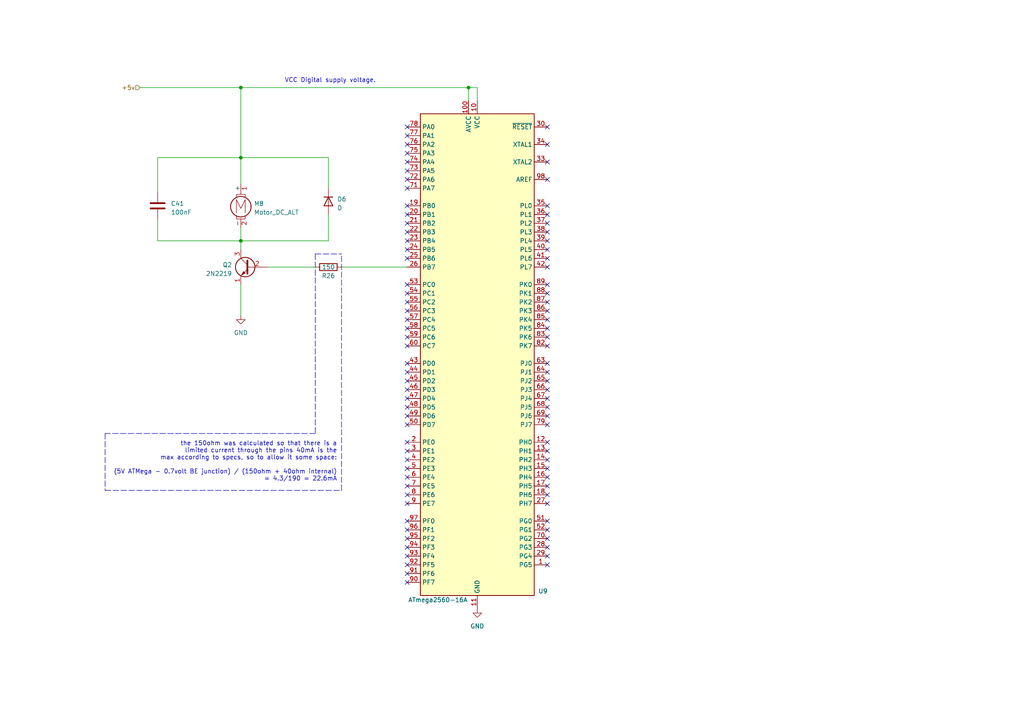
<source format=kicad_sch>
(kicad_sch (version 20210126) (generator eeschema)
  (paper "A4")
  (title_block (title "High Power Consumption 11"))
  (lib_symbols
    (symbol "Device:C" (pin_numbers hide) (pin_names (offset 0.254))
      (property "Reference" "C" (at 0.635 2.54 0))
      (property "Value" "C" (at 0.635 -2.54 0))
      (symbol "C_0_1"
        (polyline (pts (xy -2.032 -0.762) (xy 2.032 -0.762)) (stroke (width 0.508)))
        (polyline (pts (xy -2.032 0.762) (xy 2.032 0.762)) (stroke (width 0.508)))
      )
      (symbol "C_1_1"
        (pin passive line (at 0 3.81 270) (length 2.794) (name "~") (number "1"))
        (pin passive line (at 0 -3.81 90) (length 2.794) (name "~") (number "2"))
      )
    )
    (symbol "Device:D" (pin_numbers hide) (pin_names (offset 1.016) hide)
      (property "Reference" "D" (at 0 2.54 0))
      (property "Value" "D" (at 0 -2.54 0))
      (symbol "D_0_1"
        (polyline (pts (xy -1.27 1.27) (xy -1.27 -1.27)) (stroke (width 0.254)))
        (polyline (pts (xy 1.27 0) (xy -1.27 0)))
        (polyline (pts (xy 1.27 1.27) (xy 1.27 -1.27) (xy -1.27 0) (xy 1.27 1.27)) (stroke (width 0.254)))
      )
      (symbol "D_1_1"
        (pin passive line (at -3.81 0 0) (length 2.54) (name "K") (number "1"))
        (pin passive line (at 3.81 0 180) (length 2.54) (name "A") (number "2"))
      )
    )
    (symbol "Device:R" (pin_numbers hide) (pin_names (offset 0))
      (property "Reference" "R" (at 2.032 0 90))
      (property "Value" "R" (at 0 0 90))
      (symbol "R_0_1"
        (rectangle (start -1.016 -2.54) (end 1.016 2.54) (stroke (width 0.254)))
      )
      (symbol "R_1_1"
        (pin passive line (at 0 3.81 270) (length 1.27) (name "~") (number "1"))
        (pin passive line (at 0 -3.81 90) (length 1.27) (name "~") (number "2"))
      )
    )
    (symbol "MCU_Microchip_ATmega:ATmega2560-16A"
      (property "Reference" "U" (at 0 1.27 0))
      (property "Value" "ATmega2560-16A" (at 0 -1.27 0))
      (symbol "ATmega2560-16A_0_1"
        (rectangle (start -16.51 -69.85) (end 16.51 69.85) (stroke (width 0.254)) (fill (type background)))
      )
      (symbol "ATmega2560-16A_1_1"
        (pin bidirectional line (at -20.32 -60.96 0) (length 3.81) (name "PG5") (number "1"))
        (pin power_in line (at 0 73.66 270) (length 3.81) (name "VCC") (number "10"))
        (pin power_in line (at 2.54 73.66 270) (length 3.81) (name "AVCC") (number "100"))
        (pin power_in line (at 0 -73.66 90) (length 3.81) (name "GND") (number "11"))
        (pin bidirectional line (at -20.32 -25.4 0) (length 3.81) (name "PH0") (number "12"))
        (pin bidirectional line (at -20.32 -27.94 0) (length 3.81) (name "PH1") (number "13"))
        (pin bidirectional line (at -20.32 -30.48 0) (length 3.81) (name "PH2") (number "14"))
        (pin bidirectional line (at -20.32 -33.02 0) (length 3.81) (name "PH3") (number "15"))
        (pin bidirectional line (at -20.32 -35.56 0) (length 3.81) (name "PH4") (number "16"))
        (pin bidirectional line (at -20.32 -38.1 0) (length 3.81) (name "PH5") (number "17"))
        (pin bidirectional line (at -20.32 -40.64 0) (length 3.81) (name "PH6") (number "18"))
        (pin bidirectional line (at 20.32 43.18 180) (length 3.81) (name "PB0") (number "19"))
        (pin bidirectional line (at 20.32 -25.4 180) (length 3.81) (name "PE0") (number "2"))
        (pin bidirectional line (at 20.32 40.64 180) (length 3.81) (name "PB1") (number "20"))
        (pin bidirectional line (at 20.32 38.1 180) (length 3.81) (name "PB2") (number "21"))
        (pin bidirectional line (at 20.32 35.56 180) (length 3.81) (name "PB3") (number "22"))
        (pin bidirectional line (at 20.32 33.02 180) (length 3.81) (name "PB4") (number "23"))
        (pin bidirectional line (at 20.32 30.48 180) (length 3.81) (name "PB5") (number "24"))
        (pin bidirectional line (at 20.32 27.94 180) (length 3.81) (name "PB6") (number "25"))
        (pin bidirectional line (at 20.32 25.4 180) (length 3.81) (name "PB7") (number "26"))
        (pin bidirectional line (at -20.32 -43.18 0) (length 3.81) (name "PH7") (number "27"))
        (pin bidirectional line (at -20.32 -55.88 0) (length 3.81) (name "PG3") (number "28"))
        (pin bidirectional line (at -20.32 -58.42 0) (length 3.81) (name "PG4") (number "29"))
        (pin bidirectional line (at 20.32 -27.94 180) (length 3.81) (name "PE1") (number "3"))
        (pin input line (at -20.32 66.04 0) (length 3.81) (name "~RESET") (number "30"))
        (pin passive line (at 0 73.66 270) (length 3.81) hide (name "VCC") (number "31"))
        (pin passive line (at 0 -73.66 90) (length 3.81) hide (name "GND") (number "32"))
        (pin output line (at -20.32 55.88 0) (length 3.81) (name "XTAL2") (number "33"))
        (pin input line (at -20.32 60.96 0) (length 3.81) (name "XTAL1") (number "34"))
        (pin bidirectional line (at -20.32 43.18 0) (length 3.81) (name "PL0") (number "35"))
        (pin bidirectional line (at -20.32 40.64 0) (length 3.81) (name "PL1") (number "36"))
        (pin bidirectional line (at -20.32 38.1 0) (length 3.81) (name "PL2") (number "37"))
        (pin bidirectional line (at -20.32 35.56 0) (length 3.81) (name "PL3") (number "38"))
        (pin bidirectional line (at -20.32 33.02 0) (length 3.81) (name "PL4") (number "39"))
        (pin bidirectional line (at 20.32 -30.48 180) (length 3.81) (name "PE2") (number "4"))
        (pin bidirectional line (at -20.32 30.48 0) (length 3.81) (name "PL5") (number "40"))
        (pin bidirectional line (at -20.32 27.94 0) (length 3.81) (name "PL6") (number "41"))
        (pin bidirectional line (at -20.32 25.4 0) (length 3.81) (name "PL7") (number "42"))
        (pin bidirectional line (at 20.32 -2.54 180) (length 3.81) (name "PD0") (number "43"))
        (pin bidirectional line (at 20.32 -5.08 180) (length 3.81) (name "PD1") (number "44"))
        (pin bidirectional line (at 20.32 -7.62 180) (length 3.81) (name "PD2") (number "45"))
        (pin bidirectional line (at 20.32 -10.16 180) (length 3.81) (name "PD3") (number "46"))
        (pin bidirectional line (at 20.32 -12.7 180) (length 3.81) (name "PD4") (number "47"))
        (pin bidirectional line (at 20.32 -15.24 180) (length 3.81) (name "PD5") (number "48"))
        (pin bidirectional line (at 20.32 -17.78 180) (length 3.81) (name "PD6") (number "49"))
        (pin bidirectional line (at 20.32 -33.02 180) (length 3.81) (name "PE3") (number "5"))
        (pin bidirectional line (at 20.32 -20.32 180) (length 3.81) (name "PD7") (number "50"))
        (pin bidirectional line (at -20.32 -48.26 0) (length 3.81) (name "PG0") (number "51"))
        (pin bidirectional line (at -20.32 -50.8 0) (length 3.81) (name "PG1") (number "52"))
        (pin bidirectional line (at 20.32 20.32 180) (length 3.81) (name "PC0") (number "53"))
        (pin bidirectional line (at 20.32 17.78 180) (length 3.81) (name "PC1") (number "54"))
        (pin bidirectional line (at 20.32 15.24 180) (length 3.81) (name "PC2") (number "55"))
        (pin bidirectional line (at 20.32 12.7 180) (length 3.81) (name "PC3") (number "56"))
        (pin bidirectional line (at 20.32 10.16 180) (length 3.81) (name "PC4") (number "57"))
        (pin bidirectional line (at 20.32 7.62 180) (length 3.81) (name "PC5") (number "58"))
        (pin bidirectional line (at 20.32 5.08 180) (length 3.81) (name "PC6") (number "59"))
        (pin bidirectional line (at 20.32 -35.56 180) (length 3.81) (name "PE4") (number "6"))
        (pin bidirectional line (at 20.32 2.54 180) (length 3.81) (name "PC7") (number "60"))
        (pin passive line (at 0 73.66 270) (length 3.81) hide (name "VCC") (number "61"))
        (pin passive line (at 0 -73.66 90) (length 3.81) hide (name "GND") (number "62"))
        (pin bidirectional line (at -20.32 -2.54 0) (length 3.81) (name "PJ0") (number "63"))
        (pin bidirectional line (at -20.32 -5.08 0) (length 3.81) (name "PJ1") (number "64"))
        (pin bidirectional line (at -20.32 -7.62 0) (length 3.81) (name "PJ2") (number "65"))
        (pin bidirectional line (at -20.32 -10.16 0) (length 3.81) (name "PJ3") (number "66"))
        (pin bidirectional line (at -20.32 -12.7 0) (length 3.81) (name "PJ4") (number "67"))
        (pin bidirectional line (at -20.32 -15.24 0) (length 3.81) (name "PJ5") (number "68"))
        (pin bidirectional line (at -20.32 -17.78 0) (length 3.81) (name "PJ6") (number "69"))
        (pin bidirectional line (at 20.32 -38.1 180) (length 3.81) (name "PE5") (number "7"))
        (pin bidirectional line (at -20.32 -53.34 0) (length 3.81) (name "PG2") (number "70"))
        (pin bidirectional line (at 20.32 48.26 180) (length 3.81) (name "PA7") (number "71"))
        (pin bidirectional line (at 20.32 50.8 180) (length 3.81) (name "PA6") (number "72"))
        (pin bidirectional line (at 20.32 53.34 180) (length 3.81) (name "PA5") (number "73"))
        (pin bidirectional line (at 20.32 55.88 180) (length 3.81) (name "PA4") (number "74"))
        (pin bidirectional line (at 20.32 58.42 180) (length 3.81) (name "PA3") (number "75"))
        (pin bidirectional line (at 20.32 60.96 180) (length 3.81) (name "PA2") (number "76"))
        (pin bidirectional line (at 20.32 63.5 180) (length 3.81) (name "PA1") (number "77"))
        (pin bidirectional line (at 20.32 66.04 180) (length 3.81) (name "PA0") (number "78"))
        (pin bidirectional line (at -20.32 -20.32 0) (length 3.81) (name "PJ7") (number "79"))
        (pin bidirectional line (at 20.32 -40.64 180) (length 3.81) (name "PE6") (number "8"))
        (pin passive line (at 0 73.66 270) (length 3.81) hide (name "VCC") (number "80"))
        (pin passive line (at 0 -73.66 90) (length 3.81) hide (name "GND") (number "81"))
        (pin bidirectional line (at -20.32 2.54 0) (length 3.81) (name "PK7") (number "82"))
        (pin bidirectional line (at -20.32 5.08 0) (length 3.81) (name "PK6") (number "83"))
        (pin bidirectional line (at -20.32 7.62 0) (length 3.81) (name "PK5") (number "84"))
        (pin bidirectional line (at -20.32 10.16 0) (length 3.81) (name "PK4") (number "85"))
        (pin bidirectional line (at -20.32 12.7 0) (length 3.81) (name "PK3") (number "86"))
        (pin bidirectional line (at -20.32 15.24 0) (length 3.81) (name "PK2") (number "87"))
        (pin bidirectional line (at -20.32 17.78 0) (length 3.81) (name "PK1") (number "88"))
        (pin bidirectional line (at -20.32 20.32 0) (length 3.81) (name "PK0") (number "89"))
        (pin bidirectional line (at 20.32 -43.18 180) (length 3.81) (name "PE7") (number "9"))
        (pin bidirectional line (at 20.32 -66.04 180) (length 3.81) (name "PF7") (number "90"))
        (pin bidirectional line (at 20.32 -63.5 180) (length 3.81) (name "PF6") (number "91"))
        (pin bidirectional line (at 20.32 -60.96 180) (length 3.81) (name "PF5") (number "92"))
        (pin bidirectional line (at 20.32 -58.42 180) (length 3.81) (name "PF4") (number "93"))
        (pin bidirectional line (at 20.32 -55.88 180) (length 3.81) (name "PF3") (number "94"))
        (pin bidirectional line (at 20.32 -53.34 180) (length 3.81) (name "PF2") (number "95"))
        (pin bidirectional line (at 20.32 -50.8 180) (length 3.81) (name "PF1") (number "96"))
        (pin bidirectional line (at 20.32 -48.26 180) (length 3.81) (name "PF0") (number "97"))
        (pin passive line (at -20.32 50.8 0) (length 3.81) (name "AREF") (number "98"))
        (pin passive line (at 0 -73.66 90) (length 3.81) hide (name "GND") (number "99"))
      )
    )
    (symbol "Motor:Motor_DC_ALT" (pin_names (offset 0))
      (property "Reference" "M" (at 2.54 2.54 0))
      (property "Value" "Motor_DC_ALT" (at 2.54 -5.08 0))
      (symbol "Motor_DC_ALT_0_0"
        (circle (center 0 -1.524) (radius 2.9718) (stroke (width 0.254)))
        (polyline (pts (xy -1.27 -4.318) (xy -1.27 -5.08) (xy 1.27 -5.08) (xy 1.27 -4.318)))
        (polyline (pts (xy -1.27 1.27) (xy -1.27 2.032) (xy 1.27 2.032) (xy 1.27 1.27)))
        (polyline (pts (xy -1.27 -3.302) (xy -1.27 0.508) (xy 0 -2.032) (xy 1.27 0.508) (xy 1.27 -3.302)))
      )
      (symbol "Motor_DC_ALT_0_1"
        (polyline (pts (xy 0 2.032) (xy 0 2.54)))
      )
      (symbol "Motor_DC_ALT_1_1"
        (pin passive line (at 0 5.08 270) (length 2.54) (name "+") (number "1"))
        (pin passive line (at 0 -7.62 90) (length 2.54) (name "-") (number "2"))
      )
    )
    (symbol "Transistor_BJT:2N2219" (pin_names (offset 0) hide)
      (property "Reference" "Q" (at 5.08 1.905 0))
      (property "Value" "2N2219" (at 5.08 0 0))
      (symbol "2N2219_0_1"
        (circle (center 1.27 0) (radius 2.8194) (stroke (width 0.254)))
        (polyline (pts (xy 0.635 0.635) (xy 2.54 2.54)))
        (polyline (pts (xy 0.635 -0.635) (xy 2.54 -2.54) (xy 2.54 -2.54)))
        (polyline (pts (xy 0.635 1.905) (xy 0.635 -1.905) (xy 0.635 -1.905)) (stroke (width 0.508)))
        (polyline (pts (xy 1.27 -1.778) (xy 1.778 -1.27) (xy 2.286 -2.286) (xy 1.27 -1.778) (xy 1.27 -1.778)) (fill (type outline)))
      )
      (symbol "2N2219_1_1"
        (pin passive line (at 2.54 -5.08 90) (length 2.54) (name "E") (number "1"))
        (pin passive line (at -5.08 0 0) (length 5.715) (name "B") (number "2"))
        (pin passive line (at 2.54 5.08 270) (length 2.54) (name "C") (number "3"))
      )
    )
    (symbol "power:GND" (power) (pin_names (offset 0))
      (property "Value" "GND" (at 0 -3.81 0))
      (symbol "GND_0_1"
        (polyline (pts (xy 0 0) (xy 0 -1.27) (xy 1.27 -1.27) (xy 0 -2.54) (xy -1.27 -1.27) (xy 0 -1.27)))
      )
      (symbol "GND_1_1"
        (pin power_in line (at 0 0 270) (length 0) hide (name "GND") (number "1"))
      )
    )
  )
  (junction (at 69.85 25.4) (diameter 0.9144))
  (junction (at 69.85 45.72) (diameter 0.9144))
  (junction (at 69.85 69.85) (diameter 0.9144))
  (junction (at 135.89 25.4) (diameter 0.9144))
  (no_connect (at 118.11 36.83))
  (no_connect (at 118.11 39.37))
  (no_connect (at 118.11 41.91))
  (no_connect (at 118.11 44.45))
  (no_connect (at 118.11 46.99))
  (no_connect (at 118.11 49.53))
  (no_connect (at 118.11 52.07))
  (no_connect (at 118.11 54.61))
  (no_connect (at 118.11 59.69))
  (no_connect (at 118.11 62.23))
  (no_connect (at 118.11 64.77))
  (no_connect (at 118.11 67.31))
  (no_connect (at 118.11 69.85))
  (no_connect (at 118.11 72.39))
  (no_connect (at 118.11 74.93))
  (no_connect (at 118.11 82.55))
  (no_connect (at 118.11 85.09))
  (no_connect (at 118.11 87.63))
  (no_connect (at 118.11 90.17))
  (no_connect (at 118.11 92.71))
  (no_connect (at 118.11 95.25))
  (no_connect (at 118.11 97.79))
  (no_connect (at 118.11 100.33))
  (no_connect (at 118.11 105.41))
  (no_connect (at 118.11 107.95))
  (no_connect (at 118.11 110.49))
  (no_connect (at 118.11 113.03))
  (no_connect (at 118.11 115.57))
  (no_connect (at 118.11 118.11))
  (no_connect (at 118.11 120.65))
  (no_connect (at 118.11 123.19))
  (no_connect (at 118.11 128.27))
  (no_connect (at 118.11 130.81))
  (no_connect (at 118.11 133.35))
  (no_connect (at 118.11 135.89))
  (no_connect (at 118.11 138.43))
  (no_connect (at 118.11 140.97))
  (no_connect (at 118.11 143.51))
  (no_connect (at 118.11 146.05))
  (no_connect (at 118.11 151.13))
  (no_connect (at 118.11 153.67))
  (no_connect (at 118.11 156.21))
  (no_connect (at 118.11 158.75))
  (no_connect (at 118.11 161.29))
  (no_connect (at 118.11 163.83))
  (no_connect (at 118.11 166.37))
  (no_connect (at 118.11 168.91))
  (no_connect (at 158.75 36.83))
  (no_connect (at 158.75 41.91))
  (no_connect (at 158.75 46.99))
  (no_connect (at 158.75 52.07))
  (no_connect (at 158.75 59.69))
  (no_connect (at 158.75 62.23))
  (no_connect (at 158.75 64.77))
  (no_connect (at 158.75 67.31))
  (no_connect (at 158.75 69.85))
  (no_connect (at 158.75 72.39))
  (no_connect (at 158.75 74.93))
  (no_connect (at 158.75 77.47))
  (no_connect (at 158.75 82.55))
  (no_connect (at 158.75 85.09))
  (no_connect (at 158.75 87.63))
  (no_connect (at 158.75 90.17))
  (no_connect (at 158.75 92.71))
  (no_connect (at 158.75 95.25))
  (no_connect (at 158.75 97.79))
  (no_connect (at 158.75 100.33))
  (no_connect (at 158.75 105.41))
  (no_connect (at 158.75 107.95))
  (no_connect (at 158.75 110.49))
  (no_connect (at 158.75 113.03))
  (no_connect (at 158.75 115.57))
  (no_connect (at 158.75 118.11))
  (no_connect (at 158.75 120.65))
  (no_connect (at 158.75 123.19))
  (no_connect (at 158.75 128.27))
  (no_connect (at 158.75 130.81))
  (no_connect (at 158.75 133.35))
  (no_connect (at 158.75 135.89))
  (no_connect (at 158.75 138.43))
  (no_connect (at 158.75 140.97))
  (no_connect (at 158.75 143.51))
  (no_connect (at 158.75 146.05))
  (no_connect (at 158.75 151.13))
  (no_connect (at 158.75 153.67))
  (no_connect (at 158.75 156.21))
  (no_connect (at 158.75 158.75))
  (no_connect (at 158.75 161.29))
  (no_connect (at 158.75 163.83))
  (wire (pts (xy 40.64 25.4) (xy 69.85 25.4)))
  (wire (pts (xy 45.72 45.72) (xy 69.85 45.72)))
  (wire (pts (xy 45.72 55.88) (xy 45.72 45.72)))
  (wire (pts (xy 45.72 69.85) (xy 45.72 63.5)))
  (wire (pts (xy 69.85 25.4) (xy 69.85 45.72)))
  (wire (pts (xy 69.85 25.4) (xy 135.89 25.4)))
  (wire (pts (xy 69.85 45.72) (xy 69.85 53.34)))
  (wire (pts (xy 69.85 66.04) (xy 69.85 69.85)))
  (wire (pts (xy 69.85 69.85) (xy 45.72 69.85)))
  (wire (pts (xy 69.85 69.85) (xy 69.85 72.39)))
  (wire (pts (xy 69.85 69.85) (xy 95.25 69.85)))
  (wire (pts (xy 69.85 91.44) (xy 69.85 82.55)))
  (wire (pts (xy 77.47 77.47) (xy 91.44 77.47)))
  (wire (pts (xy 95.25 45.72) (xy 69.85 45.72)))
  (wire (pts (xy 95.25 54.61) (xy 95.25 45.72)))
  (wire (pts (xy 95.25 69.85) (xy 95.25 62.23)))
  (wire (pts (xy 99.06 77.47) (xy 118.11 77.47)))
  (wire (pts (xy 135.89 25.4) (xy 135.89 29.21)))
  (wire (pts (xy 135.89 25.4) (xy 138.43 25.4)))
  (wire (pts (xy 138.43 25.4) (xy 138.43 29.21)))
  (polyline (pts (xy 30.48 125.73) (xy 30.48 142.24)) (stroke (width 0) (type dash)))
  (polyline (pts (xy 30.48 142.24) (xy 99.06 142.24)) (stroke (width 0) (type dash)))
  (polyline (pts (xy 91.44 73.66) (xy 91.44 125.73)) (stroke (width 0) (type dash)))
  (polyline (pts (xy 91.44 73.66) (xy 99.06 73.66)) (stroke (width 0) (type dash)))
  (polyline (pts (xy 91.44 125.73) (xy 30.48 125.73)) (stroke (width 0) (type dash)))
  (polyline (pts (xy 99.06 142.24) (xy 99.06 73.66)) (stroke (width 0) (type dash)))
  (text "VCC Digital supply voltage." (at 82.55 24.13 0) (effects (font (size 1.27 1.27)) (justify left bottom)))
  (text "the 150ohm was calculated so that there is a\nlimited current through the pins 40mA is the\nmax according to specs, so to allow it some space:\n\n(5V ATMega - 0.7volt BE junction) / (150ohm + 40ohm internal)\n= 4.3/190 = 22.6mA" (at 97.79 139.7 0) (effects (font (size 1.27 1.27)) (justify right bottom)))
  (hierarchical_label "+5v" (shape input) (at 40.64 25.4 180))
  (symbol (lib_id "power:GND") (at 69.85 91.44 0) (unit 1)
    (property "Reference" "#PWR017" (effects hide))
    (property "Value" "GND" (at 69.85 96.52 0))
  )
  (symbol (lib_id "power:GND") (at 138.43 176.53 0) (unit 1)
    (property "Reference" "#PWR018" (effects hide))
    (property "Value" "GND" (at 138.43 181.61 0))
  )
  (symbol (lib_id "Device:R") (at 95.25 77.47 90) (unit 1)
    (property "Reference" "R26" (at 95.25 80.01 90))
    (property "Value" "150" (at 95.25 77.47 90))
  )
  (symbol (lib_id "Device:D") (at 95.25 58.42 270) (unit 1)
    (property "Reference" "D6" (at 97.79 57.7849 90) (effects (justify left)))
    (property "Value" "D" (at 97.79 60.3249 90) (effects (justify left)))
  )
  (symbol (lib_id "Device:C") (at 45.72 59.69 0) (unit 1)
    (property "Reference" "C41" (at 49.53 59.0549 0) (effects (justify left)))
    (property "Value" "100nF" (at 49.53 61.5949 0) (effects (justify left)))
  )
  (symbol (lib_id "Motor:Motor_DC_ALT") (at 69.85 58.42 0) (unit 1)
    (property "Reference" "M8" (at 73.66 59.0549 0) (effects (justify left)))
    (property "Value" "Motor_DC_ALT" (at 73.66 61.5949 0) (effects (justify left)))
  )
  (symbol (lib_id "Transistor_BJT:2N2219") (at 72.39 77.47 0) (mirror y) (unit 1)
    (property "Reference" "Q2" (at 67.31 76.8349 0) (effects (justify left)))
    (property "Value" "2N2219" (at 67.31 79.3749 0) (effects (justify left)))
    (property "Footprint" "Package_TO_SOT_THT:TO-39-3" (effects hide))
    (property "Datasheet" "http://www.onsemi.com/pub_link/Collateral/2N2219-D.PDF" (effects hide))
  )
  (symbol (lib_id "MCU_Microchip_ATmega:ATmega2560-16A") (at 138.43 102.87 0) (mirror y) (unit 1)
    (property "Reference" "U9" (at 157.48 171.45 0))
    (property "Value" "ATmega2560-16A" (at 127 173.99 0))
    (property "Footprint" "Package_QFP:TQFP-100_14x14mm_P0.5mm" (effects hide))
    (property "Datasheet" "http://ww1.microchip.com/downloads/en/DeviceDoc/Atmel-2549-8-bit-AVR-Microcontroller-ATmega640-1280-1281-2560-2561_datasheet.pdf" (effects hide))
  )
)
</source>
